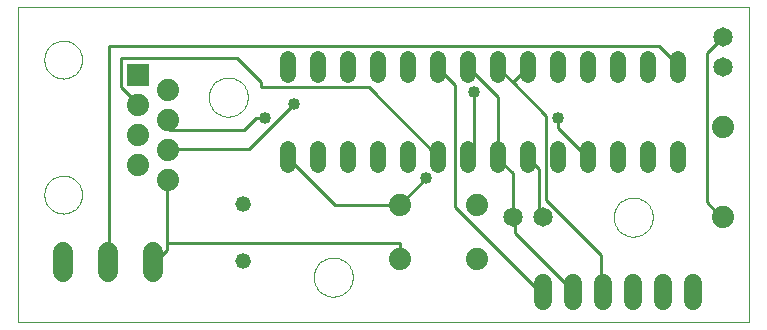
<source format=gtl>
G75*
G70*
%OFA0B0*%
%FSLAX24Y24*%
%IPPOS*%
%LPD*%
%AMOC8*
5,1,8,0,0,1.08239X$1,22.5*
%
%ADD10C,0.0000*%
%ADD11C,0.0520*%
%ADD12C,0.0740*%
%ADD13R,0.0740X0.0740*%
%ADD14C,0.0520*%
%ADD15C,0.0650*%
%ADD16C,0.0660*%
%ADD17C,0.0600*%
%ADD18C,0.0100*%
%ADD19C,0.0400*%
D10*
X002903Y000343D02*
X002903Y010839D01*
X027273Y010839D01*
X027273Y000343D01*
X002903Y000343D01*
X003773Y004593D02*
X003775Y004643D01*
X003781Y004693D01*
X003791Y004742D01*
X003805Y004790D01*
X003822Y004837D01*
X003843Y004882D01*
X003868Y004926D01*
X003896Y004967D01*
X003928Y005006D01*
X003962Y005043D01*
X003999Y005077D01*
X004039Y005107D01*
X004081Y005134D01*
X004125Y005158D01*
X004171Y005179D01*
X004218Y005195D01*
X004266Y005208D01*
X004316Y005217D01*
X004365Y005222D01*
X004416Y005223D01*
X004466Y005220D01*
X004515Y005213D01*
X004564Y005202D01*
X004612Y005187D01*
X004658Y005169D01*
X004703Y005147D01*
X004746Y005121D01*
X004787Y005092D01*
X004826Y005060D01*
X004862Y005025D01*
X004894Y004987D01*
X004924Y004947D01*
X004951Y004904D01*
X004974Y004860D01*
X004993Y004814D01*
X005009Y004766D01*
X005021Y004717D01*
X005029Y004668D01*
X005033Y004618D01*
X005033Y004568D01*
X005029Y004518D01*
X005021Y004469D01*
X005009Y004420D01*
X004993Y004372D01*
X004974Y004326D01*
X004951Y004282D01*
X004924Y004239D01*
X004894Y004199D01*
X004862Y004161D01*
X004826Y004126D01*
X004787Y004094D01*
X004746Y004065D01*
X004703Y004039D01*
X004658Y004017D01*
X004612Y003999D01*
X004564Y003984D01*
X004515Y003973D01*
X004466Y003966D01*
X004416Y003963D01*
X004365Y003964D01*
X004316Y003969D01*
X004266Y003978D01*
X004218Y003991D01*
X004171Y004007D01*
X004125Y004028D01*
X004081Y004052D01*
X004039Y004079D01*
X003999Y004109D01*
X003962Y004143D01*
X003928Y004180D01*
X003896Y004219D01*
X003868Y004260D01*
X003843Y004304D01*
X003822Y004349D01*
X003805Y004396D01*
X003791Y004444D01*
X003781Y004493D01*
X003775Y004543D01*
X003773Y004593D01*
X009253Y007843D02*
X009255Y007893D01*
X009261Y007943D01*
X009271Y007993D01*
X009284Y008041D01*
X009301Y008089D01*
X009322Y008135D01*
X009346Y008179D01*
X009374Y008221D01*
X009405Y008261D01*
X009439Y008298D01*
X009476Y008333D01*
X009515Y008364D01*
X009556Y008393D01*
X009600Y008418D01*
X009646Y008440D01*
X009693Y008458D01*
X009741Y008472D01*
X009790Y008483D01*
X009840Y008490D01*
X009890Y008493D01*
X009941Y008492D01*
X009991Y008487D01*
X010041Y008478D01*
X010089Y008466D01*
X010137Y008449D01*
X010183Y008429D01*
X010228Y008406D01*
X010271Y008379D01*
X010311Y008349D01*
X010349Y008316D01*
X010384Y008280D01*
X010417Y008241D01*
X010446Y008200D01*
X010472Y008157D01*
X010495Y008112D01*
X010514Y008065D01*
X010529Y008017D01*
X010541Y007968D01*
X010549Y007918D01*
X010553Y007868D01*
X010553Y007818D01*
X010549Y007768D01*
X010541Y007718D01*
X010529Y007669D01*
X010514Y007621D01*
X010495Y007574D01*
X010472Y007529D01*
X010446Y007486D01*
X010417Y007445D01*
X010384Y007406D01*
X010349Y007370D01*
X010311Y007337D01*
X010271Y007307D01*
X010228Y007280D01*
X010183Y007257D01*
X010137Y007237D01*
X010089Y007220D01*
X010041Y007208D01*
X009991Y007199D01*
X009941Y007194D01*
X009890Y007193D01*
X009840Y007196D01*
X009790Y007203D01*
X009741Y007214D01*
X009693Y007228D01*
X009646Y007246D01*
X009600Y007268D01*
X009556Y007293D01*
X009515Y007322D01*
X009476Y007353D01*
X009439Y007388D01*
X009405Y007425D01*
X009374Y007465D01*
X009346Y007507D01*
X009322Y007551D01*
X009301Y007597D01*
X009284Y007645D01*
X009271Y007693D01*
X009261Y007743D01*
X009255Y007793D01*
X009253Y007843D01*
X003773Y009093D02*
X003775Y009143D01*
X003781Y009193D01*
X003791Y009242D01*
X003805Y009290D01*
X003822Y009337D01*
X003843Y009382D01*
X003868Y009426D01*
X003896Y009467D01*
X003928Y009506D01*
X003962Y009543D01*
X003999Y009577D01*
X004039Y009607D01*
X004081Y009634D01*
X004125Y009658D01*
X004171Y009679D01*
X004218Y009695D01*
X004266Y009708D01*
X004316Y009717D01*
X004365Y009722D01*
X004416Y009723D01*
X004466Y009720D01*
X004515Y009713D01*
X004564Y009702D01*
X004612Y009687D01*
X004658Y009669D01*
X004703Y009647D01*
X004746Y009621D01*
X004787Y009592D01*
X004826Y009560D01*
X004862Y009525D01*
X004894Y009487D01*
X004924Y009447D01*
X004951Y009404D01*
X004974Y009360D01*
X004993Y009314D01*
X005009Y009266D01*
X005021Y009217D01*
X005029Y009168D01*
X005033Y009118D01*
X005033Y009068D01*
X005029Y009018D01*
X005021Y008969D01*
X005009Y008920D01*
X004993Y008872D01*
X004974Y008826D01*
X004951Y008782D01*
X004924Y008739D01*
X004894Y008699D01*
X004862Y008661D01*
X004826Y008626D01*
X004787Y008594D01*
X004746Y008565D01*
X004703Y008539D01*
X004658Y008517D01*
X004612Y008499D01*
X004564Y008484D01*
X004515Y008473D01*
X004466Y008466D01*
X004416Y008463D01*
X004365Y008464D01*
X004316Y008469D01*
X004266Y008478D01*
X004218Y008491D01*
X004171Y008507D01*
X004125Y008528D01*
X004081Y008552D01*
X004039Y008579D01*
X003999Y008609D01*
X003962Y008643D01*
X003928Y008680D01*
X003896Y008719D01*
X003868Y008760D01*
X003843Y008804D01*
X003822Y008849D01*
X003805Y008896D01*
X003791Y008944D01*
X003781Y008993D01*
X003775Y009043D01*
X003773Y009093D01*
X012753Y001843D02*
X012755Y001893D01*
X012761Y001943D01*
X012771Y001993D01*
X012784Y002041D01*
X012801Y002089D01*
X012822Y002135D01*
X012846Y002179D01*
X012874Y002221D01*
X012905Y002261D01*
X012939Y002298D01*
X012976Y002333D01*
X013015Y002364D01*
X013056Y002393D01*
X013100Y002418D01*
X013146Y002440D01*
X013193Y002458D01*
X013241Y002472D01*
X013290Y002483D01*
X013340Y002490D01*
X013390Y002493D01*
X013441Y002492D01*
X013491Y002487D01*
X013541Y002478D01*
X013589Y002466D01*
X013637Y002449D01*
X013683Y002429D01*
X013728Y002406D01*
X013771Y002379D01*
X013811Y002349D01*
X013849Y002316D01*
X013884Y002280D01*
X013917Y002241D01*
X013946Y002200D01*
X013972Y002157D01*
X013995Y002112D01*
X014014Y002065D01*
X014029Y002017D01*
X014041Y001968D01*
X014049Y001918D01*
X014053Y001868D01*
X014053Y001818D01*
X014049Y001768D01*
X014041Y001718D01*
X014029Y001669D01*
X014014Y001621D01*
X013995Y001574D01*
X013972Y001529D01*
X013946Y001486D01*
X013917Y001445D01*
X013884Y001406D01*
X013849Y001370D01*
X013811Y001337D01*
X013771Y001307D01*
X013728Y001280D01*
X013683Y001257D01*
X013637Y001237D01*
X013589Y001220D01*
X013541Y001208D01*
X013491Y001199D01*
X013441Y001194D01*
X013390Y001193D01*
X013340Y001196D01*
X013290Y001203D01*
X013241Y001214D01*
X013193Y001228D01*
X013146Y001246D01*
X013100Y001268D01*
X013056Y001293D01*
X013015Y001322D01*
X012976Y001353D01*
X012939Y001388D01*
X012905Y001425D01*
X012874Y001465D01*
X012846Y001507D01*
X012822Y001551D01*
X012801Y001597D01*
X012784Y001645D01*
X012771Y001693D01*
X012761Y001743D01*
X012755Y001793D01*
X012753Y001843D01*
X022753Y003843D02*
X022755Y003893D01*
X022761Y003943D01*
X022771Y003993D01*
X022784Y004041D01*
X022801Y004089D01*
X022822Y004135D01*
X022846Y004179D01*
X022874Y004221D01*
X022905Y004261D01*
X022939Y004298D01*
X022976Y004333D01*
X023015Y004364D01*
X023056Y004393D01*
X023100Y004418D01*
X023146Y004440D01*
X023193Y004458D01*
X023241Y004472D01*
X023290Y004483D01*
X023340Y004490D01*
X023390Y004493D01*
X023441Y004492D01*
X023491Y004487D01*
X023541Y004478D01*
X023589Y004466D01*
X023637Y004449D01*
X023683Y004429D01*
X023728Y004406D01*
X023771Y004379D01*
X023811Y004349D01*
X023849Y004316D01*
X023884Y004280D01*
X023917Y004241D01*
X023946Y004200D01*
X023972Y004157D01*
X023995Y004112D01*
X024014Y004065D01*
X024029Y004017D01*
X024041Y003968D01*
X024049Y003918D01*
X024053Y003868D01*
X024053Y003818D01*
X024049Y003768D01*
X024041Y003718D01*
X024029Y003669D01*
X024014Y003621D01*
X023995Y003574D01*
X023972Y003529D01*
X023946Y003486D01*
X023917Y003445D01*
X023884Y003406D01*
X023849Y003370D01*
X023811Y003337D01*
X023771Y003307D01*
X023728Y003280D01*
X023683Y003257D01*
X023637Y003237D01*
X023589Y003220D01*
X023541Y003208D01*
X023491Y003199D01*
X023441Y003194D01*
X023390Y003193D01*
X023340Y003196D01*
X023290Y003203D01*
X023241Y003214D01*
X023193Y003228D01*
X023146Y003246D01*
X023100Y003268D01*
X023056Y003293D01*
X023015Y003322D01*
X022976Y003353D01*
X022939Y003388D01*
X022905Y003425D01*
X022874Y003465D01*
X022846Y003507D01*
X022822Y003551D01*
X022801Y003597D01*
X022784Y003645D01*
X022771Y003693D01*
X022761Y003743D01*
X022755Y003793D01*
X022753Y003843D01*
D11*
X022903Y005583D02*
X022903Y006103D01*
X021903Y006103D02*
X021903Y005583D01*
X020903Y005583D02*
X020903Y006103D01*
X019903Y006103D02*
X019903Y005583D01*
X018903Y005583D02*
X018903Y006103D01*
X017903Y006103D02*
X017903Y005583D01*
X016903Y005583D02*
X016903Y006103D01*
X015903Y006103D02*
X015903Y005583D01*
X014903Y005583D02*
X014903Y006103D01*
X013903Y006103D02*
X013903Y005583D01*
X012903Y005583D02*
X012903Y006103D01*
X011903Y006103D02*
X011903Y005583D01*
X011903Y008583D02*
X011903Y009103D01*
X012903Y009103D02*
X012903Y008583D01*
X013903Y008583D02*
X013903Y009103D01*
X014903Y009103D02*
X014903Y008583D01*
X015903Y008583D02*
X015903Y009103D01*
X016903Y009103D02*
X016903Y008583D01*
X017903Y008583D02*
X017903Y009103D01*
X018903Y009103D02*
X018903Y008583D01*
X019903Y008583D02*
X019903Y009103D01*
X020903Y009103D02*
X020903Y008583D01*
X021903Y008583D02*
X021903Y009103D01*
X022903Y009103D02*
X022903Y008583D01*
X023903Y008583D02*
X023903Y009103D01*
X024903Y009103D02*
X024903Y008583D01*
X024903Y006103D02*
X024903Y005583D01*
X023903Y005583D02*
X023903Y006103D01*
D12*
X026403Y006843D03*
X026403Y003843D03*
X018183Y004233D03*
X015623Y004233D03*
X015623Y002453D03*
X018183Y002453D03*
X007903Y005093D03*
X006903Y005593D03*
X007903Y006093D03*
X006903Y006593D03*
X007903Y007093D03*
X006903Y007593D03*
X007903Y008093D03*
D13*
X006903Y008593D03*
D14*
X010403Y004293D03*
X010403Y002393D03*
D15*
X019403Y003843D03*
X020403Y003843D03*
X026403Y008843D03*
X026403Y009843D03*
D16*
X007403Y002673D02*
X007403Y002013D01*
X005903Y002013D02*
X005903Y002673D01*
X004403Y002673D02*
X004403Y002013D01*
D17*
X020403Y001643D02*
X020403Y001043D01*
X021403Y001043D02*
X021403Y001643D01*
X022403Y001643D02*
X022403Y001043D01*
X023403Y001043D02*
X023403Y001643D01*
X024403Y001643D02*
X024403Y001043D01*
X025403Y001043D02*
X025403Y001643D01*
D18*
X022403Y001343D02*
X022343Y001383D01*
X022343Y002583D01*
X020503Y004423D01*
X020503Y007223D01*
X019393Y008333D01*
X019903Y008843D01*
X019393Y008333D02*
X018903Y008823D01*
X018903Y008843D01*
X017943Y008823D02*
X017903Y008843D01*
X017943Y008823D02*
X018903Y007863D01*
X018903Y005843D01*
X018903Y005783D01*
X019383Y005303D01*
X019383Y003863D01*
X019403Y003843D01*
X019463Y003783D01*
X019463Y003303D01*
X021383Y001383D01*
X021403Y001343D01*
X020403Y001343D02*
X020343Y001303D01*
X017463Y004183D01*
X017463Y008263D01*
X016903Y008823D01*
X016903Y008843D01*
X018103Y008023D02*
X018103Y006023D01*
X017943Y005863D01*
X017903Y005843D01*
X016903Y005863D02*
X016903Y005843D01*
X016903Y005863D02*
X014583Y008183D01*
X010983Y008183D01*
X010983Y008343D01*
X010183Y009143D01*
X006343Y009143D01*
X006343Y008183D01*
X006903Y007623D01*
X006903Y007593D01*
X007903Y007093D02*
X007943Y007063D01*
X007943Y006743D01*
X010423Y006743D01*
X010823Y007143D01*
X011143Y007143D01*
X012103Y007623D02*
X010583Y006103D01*
X007943Y006103D01*
X007903Y006093D01*
X007903Y005093D02*
X007863Y005063D01*
X007863Y002983D01*
X015623Y002983D01*
X015623Y002453D01*
X015623Y004233D02*
X015623Y004263D01*
X016503Y005143D01*
X015623Y004263D02*
X013463Y004263D01*
X011943Y005783D01*
X011903Y005843D01*
X007863Y002983D02*
X007863Y002743D01*
X007463Y002343D01*
X007403Y002343D01*
X005943Y002343D02*
X005903Y002343D01*
X005943Y002343D02*
X005943Y009543D01*
X024263Y009543D01*
X024903Y008903D01*
X024903Y008843D01*
X025863Y009303D02*
X026403Y009843D01*
X025863Y009303D02*
X025863Y004343D01*
X026343Y003863D01*
X026403Y003843D01*
X021903Y005843D02*
X021863Y005863D01*
X020903Y006823D01*
X020903Y007143D01*
X019903Y005843D02*
X019943Y005783D01*
X020263Y005463D01*
X020263Y003943D01*
X020343Y003863D01*
X020403Y003843D01*
D19*
X016503Y005143D03*
X020903Y007143D03*
X018103Y008023D03*
X012103Y007623D03*
X011143Y007143D03*
M02*

</source>
